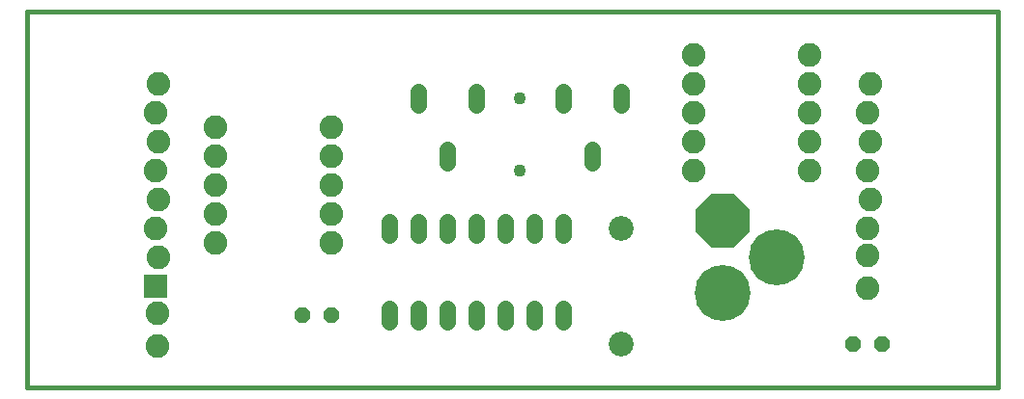
<source format=gbs>
G75*
%MOIN*%
%OFA0B0*%
%FSLAX25Y25*%
%IPPOS*%
%LPD*%
%AMOC8*
5,1,8,0,0,1.08239X$1,22.5*
%
%ADD10C,0.01600*%
%ADD11C,0.08200*%
%ADD12R,0.08200X0.08200*%
%ADD13C,0.05600*%
%ADD14C,0.08600*%
%ADD15OC8,0.05600*%
%ADD16OC8,0.18517*%
%ADD17C,0.19304*%
%ADD18C,0.04343*%
D10*
X0001800Y0001800D02*
X0001800Y0131800D01*
X0336800Y0131800D01*
X0336800Y0001800D01*
X0001800Y0001800D01*
D11*
X0046800Y0016100D03*
X0046800Y0027500D03*
X0047300Y0046800D03*
X0046300Y0056800D03*
X0047300Y0066800D03*
X0046300Y0076800D03*
X0047300Y0086800D03*
X0046300Y0096800D03*
X0047300Y0106800D03*
X0066800Y0091800D03*
X0066800Y0081800D03*
X0066800Y0071800D03*
X0066800Y0061800D03*
X0066800Y0051800D03*
X0106800Y0051800D03*
X0106800Y0061800D03*
X0106800Y0071800D03*
X0106800Y0081800D03*
X0106800Y0091800D03*
X0231800Y0086800D03*
X0231800Y0096800D03*
X0231800Y0106800D03*
X0231800Y0116800D03*
X0231800Y0076800D03*
X0271800Y0076800D03*
X0271800Y0086800D03*
X0271800Y0096800D03*
X0271800Y0106800D03*
X0271800Y0116800D03*
X0292800Y0106800D03*
X0291800Y0096800D03*
X0292800Y0086800D03*
X0291800Y0076800D03*
X0292800Y0066800D03*
X0291800Y0056800D03*
X0291800Y0047500D03*
X0291800Y0036100D03*
D12*
X0046300Y0036800D03*
D13*
X0126800Y0029200D02*
X0126800Y0024400D01*
X0136800Y0024400D02*
X0136800Y0029200D01*
X0146800Y0029200D02*
X0146800Y0024400D01*
X0156800Y0024400D02*
X0156800Y0029200D01*
X0166800Y0029200D02*
X0166800Y0024400D01*
X0176800Y0024400D02*
X0176800Y0029200D01*
X0186800Y0029200D02*
X0186800Y0024400D01*
X0186800Y0054400D02*
X0186800Y0059200D01*
X0176800Y0059200D02*
X0176800Y0054400D01*
X0166800Y0054400D02*
X0166800Y0059200D01*
X0156800Y0059200D02*
X0156800Y0054400D01*
X0146800Y0054400D02*
X0146800Y0059200D01*
X0136800Y0059200D02*
X0136800Y0054400D01*
X0126800Y0054400D02*
X0126800Y0059200D01*
X0146800Y0079400D02*
X0146800Y0084200D01*
X0136800Y0099400D02*
X0136800Y0104200D01*
X0156800Y0104200D02*
X0156800Y0099400D01*
X0186800Y0099400D02*
X0186800Y0104200D01*
X0206800Y0104200D02*
X0206800Y0099400D01*
X0196800Y0084200D02*
X0196800Y0079400D01*
D14*
X0206800Y0056800D03*
X0206800Y0016800D03*
D15*
X0286800Y0016800D03*
X0296800Y0016800D03*
X0106800Y0026800D03*
X0096800Y0026800D03*
D16*
X0241800Y0059300D03*
D17*
X0260550Y0046800D03*
X0241800Y0034300D03*
D18*
X0171800Y0076800D03*
X0171800Y0101800D03*
M02*

</source>
